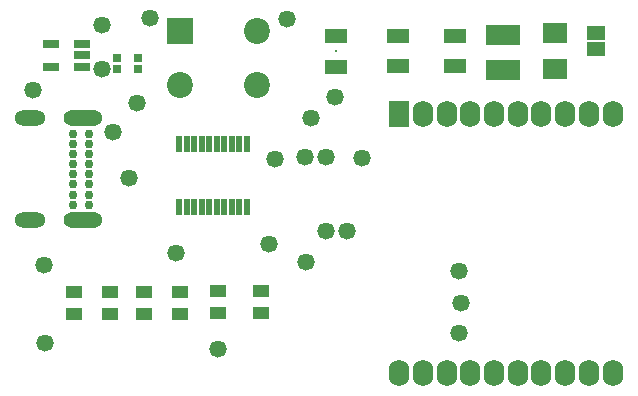
<source format=gts>
G04*
G04 #@! TF.GenerationSoftware,Altium Limited,CircuitMaker,2.2.1 (2.2.1.6)*
G04*
G04 Layer_Color=20142*
%FSLAX42Y42*%
%MOMM*%
G71*
G04*
G04 #@! TF.SameCoordinates,5355ADBA-153D-489E-8AFD-21DFC59981DC*
G04*
G04*
G04 #@! TF.FilePolarity,Negative*
G04*
G01*
G75*
%ADD22R,0.58X1.35*%
%ADD23R,1.40X0.75*%
%ADD24R,1.90X1.30*%
%ADD25R,1.47X1.09*%
%ADD26R,0.75X0.75*%
%ADD27R,3.00X1.70*%
%ADD28R,2.10X1.70*%
%ADD29R,1.55X1.30*%
%ADD30C,0.20*%
%ADD31C,2.20*%
%ADD32R,2.20X2.20*%
%ADD33O,1.73X2.24*%
%ADD34R,1.73X2.24*%
G04:AMPARAMS|DCode=35|XSize=1.35mm|YSize=2.55mm|CornerRadius=0.68mm|HoleSize=0mm|Usage=FLASHONLY|Rotation=270.000|XOffset=0mm|YOffset=0mm|HoleType=Round|Shape=RoundedRectangle|*
%AMROUNDEDRECTD35*
21,1,1.35,1.20,0,0,270.0*
21,1,0.00,2.55,0,0,270.0*
1,1,1.35,-0.60,0.00*
1,1,1.35,-0.60,0.00*
1,1,1.35,0.60,0.00*
1,1,1.35,0.60,0.00*
%
%ADD35ROUNDEDRECTD35*%
G04:AMPARAMS|DCode=36|XSize=1.35mm|YSize=3.25mm|CornerRadius=0.68mm|HoleSize=0mm|Usage=FLASHONLY|Rotation=270.000|XOffset=0mm|YOffset=0mm|HoleType=Round|Shape=RoundedRectangle|*
%AMROUNDEDRECTD36*
21,1,1.35,1.90,0,0,270.0*
21,1,0.00,3.25,0,0,270.0*
1,1,1.35,-0.95,0.00*
1,1,1.35,-0.95,0.00*
1,1,1.35,0.95,0.00*
1,1,1.35,0.95,0.00*
%
%ADD36ROUNDEDRECTD36*%
%ADD37C,0.75*%
%ADD38C,1.47*%
D22*
X4261Y9841D02*
D03*
X4197D02*
D03*
X4134D02*
D03*
X4070D02*
D03*
X4007D02*
D03*
X3943D02*
D03*
X4324D02*
D03*
X4388D02*
D03*
X4451D02*
D03*
X4515D02*
D03*
X4197Y10377D02*
D03*
X4261D02*
D03*
X4324D02*
D03*
X4388D02*
D03*
X4451D02*
D03*
X4515D02*
D03*
X4134D02*
D03*
X4070D02*
D03*
X4007D02*
D03*
X3943D02*
D03*
D23*
X3115Y11030D02*
D03*
Y11125D02*
D03*
Y11220D02*
D03*
X2854D02*
D03*
Y11030D02*
D03*
D24*
X5271Y11290D02*
D03*
Y11030D02*
D03*
X5791Y11293D02*
D03*
Y11033D02*
D03*
X6274Y11293D02*
D03*
Y11033D02*
D03*
D25*
X4635Y8941D02*
D03*
Y9131D02*
D03*
X3645Y9125D02*
D03*
Y8934D02*
D03*
X3048D02*
D03*
Y9125D02*
D03*
X3353D02*
D03*
Y8934D02*
D03*
X3950Y9125D02*
D03*
Y8934D02*
D03*
X4267Y8941D02*
D03*
Y9131D02*
D03*
D26*
X3416Y11100D02*
D03*
Y11010D02*
D03*
X3594Y11100D02*
D03*
Y11010D02*
D03*
D27*
X6680Y11001D02*
D03*
Y11301D02*
D03*
D28*
X7125Y11013D02*
D03*
Y11313D02*
D03*
D29*
X7468Y11176D02*
D03*
Y11316D02*
D03*
D30*
X5271Y11160D02*
D03*
D31*
X4600Y10878D02*
D03*
X3950D02*
D03*
X4600Y11328D02*
D03*
D32*
X3950D02*
D03*
D33*
X7610Y10632D02*
D03*
X7409D02*
D03*
X7209D02*
D03*
X7008D02*
D03*
X6807D02*
D03*
X6607D02*
D03*
X6406D02*
D03*
X6205D02*
D03*
X6005D02*
D03*
X5804Y8433D02*
D03*
X6005D02*
D03*
X6205D02*
D03*
X6406D02*
D03*
X6607D02*
D03*
X6807D02*
D03*
X7008D02*
D03*
X7209D02*
D03*
X7409D02*
D03*
X7610D02*
D03*
D34*
X5804Y10632D02*
D03*
D35*
X2680Y10592D02*
D03*
Y9728D02*
D03*
D36*
X3125D02*
D03*
Y10592D02*
D03*
D37*
X3040Y9862D02*
D03*
Y9947D02*
D03*
Y10032D02*
D03*
Y10117D02*
D03*
Y10202D02*
D03*
Y10287D02*
D03*
Y10372D02*
D03*
Y10457D02*
D03*
X3175Y9862D02*
D03*
Y9947D02*
D03*
Y10032D02*
D03*
Y10117D02*
D03*
Y10202D02*
D03*
Y10287D02*
D03*
Y10372D02*
D03*
Y10457D02*
D03*
D38*
X4267Y8636D02*
D03*
X3912Y9449D02*
D03*
X4750Y10249D02*
D03*
X3581Y10719D02*
D03*
X3378Y10478D02*
D03*
X6312Y8776D02*
D03*
Y9296D02*
D03*
X3696Y11443D02*
D03*
X6325Y9030D02*
D03*
X5488Y10257D02*
D03*
X5055Y10592D02*
D03*
X2807Y8687D02*
D03*
X5258Y10770D02*
D03*
X5359Y9639D02*
D03*
X5182Y10262D02*
D03*
X5004D02*
D03*
X5182Y9639D02*
D03*
X5017Y9373D02*
D03*
X3289Y11379D02*
D03*
X2705Y10833D02*
D03*
X3289Y11011D02*
D03*
X4851Y11430D02*
D03*
X4699Y9525D02*
D03*
X2794Y9347D02*
D03*
X3518Y10084D02*
D03*
M02*

</source>
